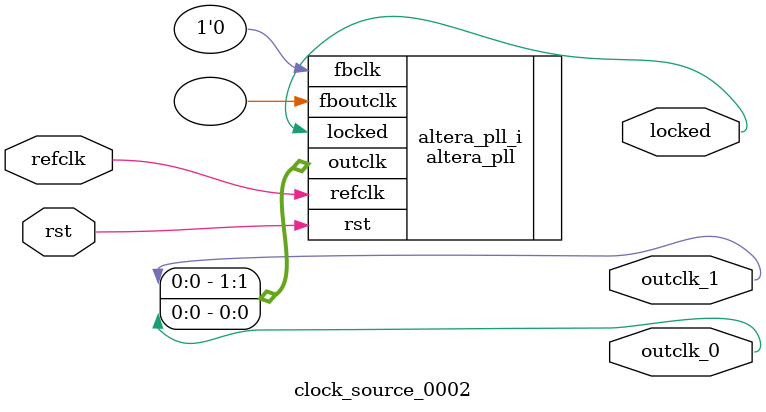
<source format=v>
`timescale 1ns/10ps
module  clock_source_0002(

	// interface 'refclk'
	input wire refclk,

	// interface 'reset'
	input wire rst,

	// interface 'outclk0'
	output wire outclk_0,

	// interface 'outclk1'
	output wire outclk_1,

	// interface 'locked'
	output wire locked
);

	altera_pll #(
		.fractional_vco_multiplier("false"),
		.reference_clock_frequency("100.0 MHz"),
		.operation_mode("direct"),
		.number_of_clocks(2),
		.output_clock_frequency0("1.400000 MHz"),
		.phase_shift0("0 ps"),
		.duty_cycle0(50),
		.output_clock_frequency1("8.400000 MHz"),
		.phase_shift1("0 ps"),
		.duty_cycle1(50),
		.output_clock_frequency2("0 MHz"),
		.phase_shift2("0 ps"),
		.duty_cycle2(50),
		.output_clock_frequency3("0 MHz"),
		.phase_shift3("0 ps"),
		.duty_cycle3(50),
		.output_clock_frequency4("0 MHz"),
		.phase_shift4("0 ps"),
		.duty_cycle4(50),
		.output_clock_frequency5("0 MHz"),
		.phase_shift5("0 ps"),
		.duty_cycle5(50),
		.output_clock_frequency6("0 MHz"),
		.phase_shift6("0 ps"),
		.duty_cycle6(50),
		.output_clock_frequency7("0 MHz"),
		.phase_shift7("0 ps"),
		.duty_cycle7(50),
		.output_clock_frequency8("0 MHz"),
		.phase_shift8("0 ps"),
		.duty_cycle8(50),
		.output_clock_frequency9("0 MHz"),
		.phase_shift9("0 ps"),
		.duty_cycle9(50),
		.output_clock_frequency10("0 MHz"),
		.phase_shift10("0 ps"),
		.duty_cycle10(50),
		.output_clock_frequency11("0 MHz"),
		.phase_shift11("0 ps"),
		.duty_cycle11(50),
		.output_clock_frequency12("0 MHz"),
		.phase_shift12("0 ps"),
		.duty_cycle12(50),
		.output_clock_frequency13("0 MHz"),
		.phase_shift13("0 ps"),
		.duty_cycle13(50),
		.output_clock_frequency14("0 MHz"),
		.phase_shift14("0 ps"),
		.duty_cycle14(50),
		.output_clock_frequency15("0 MHz"),
		.phase_shift15("0 ps"),
		.duty_cycle15(50),
		.output_clock_frequency16("0 MHz"),
		.phase_shift16("0 ps"),
		.duty_cycle16(50),
		.output_clock_frequency17("0 MHz"),
		.phase_shift17("0 ps"),
		.duty_cycle17(50),
		.pll_type("General"),
		.pll_subtype("General")
	) altera_pll_i (
		.rst	(rst),
		.outclk	({outclk_1, outclk_0}),
		.locked	(locked),
		.fboutclk	( ),
		.fbclk	(1'b0),
		.refclk	(refclk)
	);
endmodule


</source>
